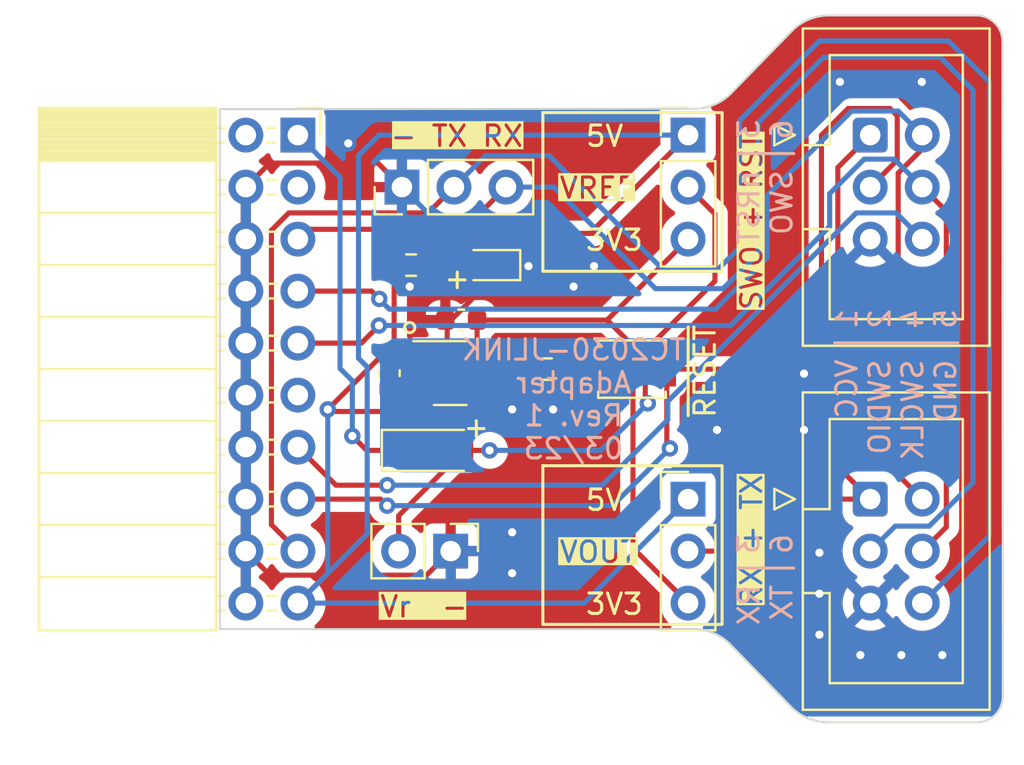
<source format=kicad_pcb>
(kicad_pcb (version 20221018) (generator pcbnew)
  (title_block (title "TC2030-JLINK-Adapter") (date "2023-03-25") (rev "Rev. 1"))
  (layers (0 "F.Cu" signal) (31 "B.Cu" signal) (34 "B.Paste" user) (35 "F.Paste" user) (36 "B.SilkS" user "B.Silkscreen") (37 "F.SilkS" user "F.Silkscreen") (38 "B.Mask" user) (39 "F.Mask" user) (44 "Edge.Cuts" user))
  (net 0 "")
  (net 1 "+5V")
  (net 2 "GND")
  (net 3 "+3V3")
  (net 4 "/VTref")
  (net 5 "/VTref_in")
  (net 6 "VCC")
  (net 7 "/SWDIO")
  (net 8 "/nRST")
  (net 9 "/SWCLK")
  (net 10 "/SWO")
  (net 13 "/JLINK_TX")
  (net 15 "/JLINK_RX")
  (net 17 "Net-(D2-A)")
  (net 18 "Net-(R1-Pad1)")
  (footprint "Connector_IDC:IDC-Header_2x03_P2.54mm_Vertical" (layer "F.Cu") (at 157.48 119.38)
    (fp_text reference "J5" hide)
    (fp_text value "TC2030")
    (fp_line (start -4.68 -0.5) (end -4.68 0.5) (stroke (width 0.12)) (layer "F.SilkS"))
    (fp_line (start -4.68 0.5) (end -3.68 0) (stroke (width 0.12)) (layer "F.SilkS"))
    (fp_line (start -3.68 0) (end -4.68 -0.5) (stroke (width 0.12)) (layer "F.SilkS"))
    (fp_line (start -3.29 -5.21) (end 5.83 -5.21) (stroke (width 0.12)) (layer "F.SilkS"))
    (fp_line (start -3.29 0.49) (end -1.98 0.49) (stroke (width 0.12)) (layer "F.SilkS"))
    (fp_line (start -3.29 10.29) (end -3.29 -5.21) (stroke (width 0.12)) (layer "F.SilkS"))
    (fp_line (start -1.98 -3.91) (end 4.52 -3.91) (stroke (width 0.12)) (layer "F.SilkS"))
    (fp_line (start -1.98 0.49) (end -1.98 -3.91) (stroke (width 0.12)) (layer "F.SilkS"))
    (fp_line (start -1.98 4.59) (end -3.29 4.59) (stroke (width 0.12)) (layer "F.SilkS"))
    (fp_line (start -1.98 4.59) (end -1.98 4.59) (stroke (width 0.12)) (layer "F.SilkS"))
    (fp_line (start -1.98 8.99) (end -1.98 4.59) (stroke (width 0.12)) (layer "F.SilkS"))
    (fp_line (start 4.52 -3.91) (end 4.52 8.99) (stroke (width 0.12)) (layer "F.SilkS"))
    (fp_line (start 4.52 8.99) (end -1.98 8.99) (stroke (width 0.12)) (layer "F.SilkS"))
    (fp_line (start 5.83 -5.21) (end 5.83 10.29) (stroke (width 0.12)) (layer "F.SilkS"))
    (fp_line (start 5.83 10.29) (end -3.29 10.29) (stroke (width 0.12)) (layer "F.SilkS"))
    (pad "1" thru_hole roundrect (at 0 0) (size 1.7 1.7) (drill 1) (layers "*.Cu" "*.Mask") (roundrect_rratio 0.147059) (net 6 "VCC"))
    (pad "2" thru_hole circle (at 2.54 0) (size 1.7 1.7) (drill 1) (layers "*.Cu" "*.Mask") (net 7 "/SWDIO"))
    (pad "3" thru_hole circle (at 0 2.54) (size 1.7 1.7) (drill 1) (layers "*.Cu" "*.Mask") (net 13 "/JLINK_TX"))
    (pad "4" thru_hole circle (at 2.54 2.54) (size 1.7 1.7) (drill 1) (layers "*.Cu" "*.Mask") (net 9 "/SWCLK"))
    (pad "5" thru_hole circle (at 0 5.08) (size 1.7 1.7) (drill 1) (layers "*.Cu" "*.Mask") (net 2 "GND"))
    (pad "6" thru_hole circle (at 2.54 5.08) (size 1.7 1.7) (drill 1) (layers "*.Cu" "*.Mask") (net 15 "/JLINK_RX"))
  )
  (footprint "Button_Switch_SMD:SW_SPST_B3U-1000P" (layer "F.Cu") (at 145.85 113.03 180)
    (fp_text reference "SW1" hide)
    (fp_text value "B3U-1000P")
    (fp_line (start -1.65 -1.4) (end 1.65 -1.4) (stroke (width 0.12)) (layer "F.SilkS"))
    (fp_line (start -1.65 -1.1) (end -1.65 -1.4) (stroke (width 0.12)) (layer "F.SilkS"))
    (fp_line (start -1.65 1.1) (end -1.65 1.4) (stroke (width 0.12)) (layer "F.SilkS"))
    (fp_line (start -1.65 1.4) (end 1.65 1.4) (stroke (width 0.12)) (layer "F.SilkS"))
    (fp_line (start 1.65 -1.4) (end 1.65 -1.1) (stroke (width 0.12)) (layer "F.SilkS"))
    (fp_line (start 1.65 1.4) (end 1.65 1.1) (stroke (width 0.12)) (layer "F.SilkS"))
    (pad "1" smd rect (at -1.7 0 180) (size 0.9 1.7) (layers "F.Cu" "F.Paste" "F.Mask") (net 8 "/nRST"))
    (pad "2" smd rect (at 1.7 0 180) (size 0.9 1.7) (layers "F.Cu" "F.Paste" "F.Mask") (net 18 "Net-(R1-Pad1)"))
  )
  (footprint "Resistor_SMD:R_0603_1608Metric" (layer "F.Cu") (at 141.7 113.03 180)
    (fp_text reference "R1" hide)
    (fp_text value "100")
    (fp_line (start -0.237258 -0.5225) (end 0.237258 -0.5225) (stroke (width 0.12)) (layer "F.SilkS"))
    (fp_line (start -0.237258 0.5225) (end 0.237258 0.5225) (stroke (width 0.12)) (layer "F.SilkS"))
    (pad "1" smd roundrect (at -0.825 0 180) (size 0.8 0.95) (layers "F.Cu" "F.Paste" "F.Mask") (net 18 "Net-(R1-Pad1)"))
    (pad "2" smd roundrect (at 0.825 0 180) (size 0.8 0.95) (layers "F.Cu" "F.Paste" "F.Mask") (net 2 "GND"))
  )
  (footprint "Connector_PinHeader_2.54mm:PinHeader_1x03_P2.54mm_Vertical" (layer "F.Cu") (at 148.59 119.38)
    (fp_text reference "JP2" hide)
    (fp_text value "Jumper_3_Open")
    (fp_line (start -1.33 -1.33) (end 0 -1.33) (stroke (width 0.12)) (layer "F.SilkS"))
    (fp_line (start -1.33 0) (end -1.33 -1.33) (stroke (width 0.12)) (layer "F.SilkS"))
    (fp_line (start -1.33 1.27) (end -1.33 6.41) (stroke (width 0.12)) (layer "F.SilkS"))
    (fp_line (start -1.33 1.27) (end 1.33 1.27) (stroke (width 0.12)) (layer "F.SilkS"))
    (fp_line (start -1.33 6.41) (end 1.33 6.41) (stroke (width 0.12)) (layer "F.SilkS"))
    (fp_line (start 1.33 1.27) (end 1.33 6.41) (stroke (width 0.12)) (layer "F.SilkS"))
    (pad "1" thru_hole rect (at 0 0) (size 1.7 1.7) (drill 1) (layers "*.Cu" "*.Mask") (net 1 "+5V"))
    (pad "2" thru_hole oval (at 0 2.54) (size 1.7 1.7) (drill 1) (layers "*.Cu" "*.Mask") (net 6 "VCC"))
    (pad "3" thru_hole oval (at 0 5.08) (size 1.7 1.7) (drill 1) (layers "*.Cu" "*.Mask") (net 3 "+3V3"))
  )
  (footprint "Connector_IDC:IDC-Header_2x03_P2.54mm_Vertical" (layer "F.Cu") (at 157.48 101.6)
    (fp_text reference "J1" hide)
    (fp_text value "TC2030")
    (fp_line (start -4.68 -0.5) (end -4.68 0.5) (stroke (width 0.12)) (layer "F.SilkS"))
    (fp_line (start -4.68 0.5) (end -3.68 0) (stroke (width 0.12)) (layer "F.SilkS"))
    (fp_line (start -3.68 0) (end -4.68 -0.5) (stroke (width 0.12)) (layer "F.SilkS"))
    (fp_line (start -3.29 -5.21) (end 5.83 -5.21) (stroke (width 0.12)) (layer "F.SilkS"))
    (fp_line (start -3.29 0.49) (end -1.98 0.49) (stroke (width 0.12)) (layer "F.SilkS"))
    (fp_line (start -3.29 10.29) (end -3.29 -5.21) (stroke (width 0.12)) (layer "F.SilkS"))
    (fp_line (start -1.98 -3.91) (end 4.52 -3.91) (stroke (width 0.12)) (layer "F.SilkS"))
    (fp_line (start -1.98 0.49) (end -1.98 -3.91) (stroke (width 0.12)) (layer "F.SilkS"))
    (fp_line (start -1.98 4.59) (end -3.29 4.59) (stroke (width 0.12)) (layer "F.SilkS"))
    (fp_line (start -1.98 4.59) (end -1.98 4.59) (stroke (width 0.12)) (layer "F.SilkS"))
    (fp_line (start -1.98 8.99) (end -1.98 4.59) (stroke (width 0.12)) (layer "F.SilkS"))
    (fp_line (start 4.52 -3.91) (end 4.52 8.99) (stroke (width 0.12)) (layer "F.SilkS"))
    (fp_line (start 4.52 8.99) (end -1.98 8.99) (stroke (width 0.12)) (layer "F.SilkS"))
    (fp_line (start 5.83 -5.21) (end 5.83 10.29) (stroke (width 0.12)) (layer "F.SilkS"))
    (fp_line (start 5.83 10.29) (end -3.29 10.29) (stroke (width 0.12)) (layer "F.SilkS"))
    (pad "1" thru_hole roundrect (at 0 0) (size 1.7 1.7) (drill 1) (layers "*.Cu" "*.Mask") (roundrect_rratio 0.147059) (net 6 "VCC"))
    (pad "2" thru_hole circle (at 2.54 0) (size 1.7 1.7) (drill 1) (layers "*.Cu" "*.Mask") (net 7 "/SWDIO"))
    (pad "3" thru_hole circle (at 0 2.54) (size 1.7 1.7) (drill 1) (layers "*.Cu" "*.Mask") (net 8 "/nRST"))
    (pad "4" thru_hole circle (at 2.54 2.54) (size 1.7 1.7) (drill 1) (layers "*.Cu" "*.Mask") (net 9 "/SWCLK"))
    (pad "5" thru_hole circle (at 0 5.08) (size 1.7 1.7) (drill 1) (layers "*.Cu" "*.Mask") (net 2 "GND"))
    (pad "6" thru_hole circle (at 2.54 5.08) (size 1.7 1.7) (drill 1) (layers "*.Cu" "*.Mask") (net 10 "/SWO"))
  )
  (footprint "Connector_PinHeader_2.54mm:PinHeader_1x02_P2.54mm_Vertical" (layer "F.Cu") (at 137 121.92 -90)
    (fp_text reference "J4" hide)
    (fp_text value "Conn_01x02")
    (fp_line (start -1.33 -1.33) (end 0 -1.33) (stroke (width 0.12)) (layer "F.SilkS"))
    (fp_line (start -1.33 0) (end -1.33 -1.33) (stroke (width 0.12)) (layer "F.SilkS"))
    (fp_line (start -1.33 1.27) (end -1.33 3.87) (stroke (width 0.12)) (layer "F.SilkS"))
    (fp_line (start -1.33 1.27) (end 1.33 1.27) (stroke (width 0.12)) (layer "F.SilkS"))
    (fp_line (start -1.33 3.87) (end 1.33 3.87) (stroke (width 0.12)) (layer "F.SilkS"))
    (fp_line (start 1.33 1.27) (end 1.33 3.87) (stroke (width 0.12)) (layer "F.SilkS"))
    (pad "1" thru_hole rect (at 0 0 270) (size 1.7 1.7) (drill 1) (layers "*.Cu" "*.Mask") (net 2 "GND"))
    (pad "2" thru_hole oval (at 0 2.54 270) (size 1.7 1.7) (drill 1) (layers "*.Cu" "*.Mask") (net 5 "/VTref_in"))
  )
  (footprint "Resistor_SMD:R_0603_1608Metric" (layer "F.Cu") (at 135.065 107.95)
    (fp_text reference "R2" hide)
    (fp_text value "1k")
    (fp_line (start -0.237258 -0.5225) (end 0.237258 -0.5225) (stroke (width 0.12)) (layer "F.SilkS"))
    (fp_line (start -0.237258 0.5225) (end 0.237258 0.5225) (stroke (width 0.12)) (layer "F.SilkS"))
    (pad "1" smd roundrect (at -0.825 0) (size 0.8 0.95) (layers "F.Cu" "F.Paste" "F.Mask") (net 1 "+5V"))
    (pad "2" smd roundrect (at 0.825 0) (size 0.8 0.95) (layers "F.Cu" "F.Paste" "F.Mask") (net 17 "Net-(D2-A)"))
  )
  (footprint "Capacitor_SMD:C_0603_1608Metric" (layer "F.Cu") (at 134 113.225 -90)
    (fp_text reference "C1" hide)
    (fp_text value "1u")
    (fp_line (start -0.14058 -0.51) (end 0.14058 -0.51) (stroke (width 0.12)) (layer "F.SilkS"))
    (fp_line (start -0.14058 0.51) (end 0.14058 0.51) (stroke (width 0.12)) (layer "F.SilkS"))
    (pad "1" smd roundrect (at -0.775 0 270) (size 0.9 0.95) (layers "F.Cu" "F.Paste" "F.Mask") (net 1 "+5V"))
    (pad "2" smd roundrect (at 0.775 0 270) (size 0.9 0.95) (layers "F.Cu" "F.Paste" "F.Mask") (net 2 "GND"))
  )
  (footprint "LED_SMD:LED_0603_1608Metric" (layer "F.Cu") (at 138.9125 107.95 180)
    (fp_text reference "D2" hide)
    (fp_text value "LED_Small")
    (fp_line (start -1.485 -0.735) (end -1.485 0.735) (stroke (width 0.12)) (layer "F.SilkS"))
    (fp_line (start -1.485 0.735) (end 0.8 0.735) (stroke (width 0.12)) (layer "F.SilkS"))
    (fp_line (start 0.8 -0.735) (end -1.485 -0.735) (stroke (width 0.12)) (layer "F.SilkS"))
    (pad "1" smd roundrect (at -0.7875 0 180) (size 0.875 0.95) (layers "F.Cu" "F.Paste" "F.Mask") (net 2 "GND"))
    (pad "2" smd roundrect (at 0.7875 0 180) (size 0.875 0.95) (layers "F.Cu" "F.Paste" "F.Mask") (net 17 "Net-(D2-A)"))
  )
  (footprint "Connector_PinHeader_2.54mm:PinHeader_1x03_P2.54mm_Vertical" (layer "F.Cu") (at 134.62 104.14 90)
    (fp_text reference "J3" hide)
    (fp_text value "Conn_01x03")
    (fp_line (start -1.33 -1.33) (end 0 -1.33) (stroke (width 0.12)) (layer "F.SilkS"))
    (fp_line (start -1.33 0) (end -1.33 -1.33) (stroke (width 0.12)) (layer "F.SilkS"))
    (fp_line (start -1.33 1.27) (end -1.33 6.41) (stroke (width 0.12)) (layer "F.SilkS"))
    (fp_line (start -1.33 1.27) (end 1.33 1.27) (stroke (width 0.12)) (layer "F.SilkS"))
    (fp_line (start -1.33 6.41) (end 1.33 6.41) (stroke (width 0.12)) (layer "F.SilkS"))
    (fp_line (start 1.33 1.27) (end 1.33 6.41) (stroke (width 0.12)) (layer "F.SilkS"))
    (pad "1" thru_hole rect (at 0 0 90) (size 1.7 1.7) (drill 1) (layers "*.Cu" "*.Mask") (net 2 "GND"))
    (pad "2" thru_hole oval (at 0 2.54 90) (size 1.7 1.7) (drill 1) (layers "*.Cu" "*.Mask") (net 15 "/JLINK_RX"))
    (pad "3" thru_hole oval (at 0 5.08 90) (size 1.7 1.7) (drill 1) (layers "*.Cu" "*.Mask") (net 13 "/JLINK_TX"))
  )
  (footprint "Diode_SMD:D_SOD-123" (layer "F.Cu") (at 136 117)
    (fp_text reference "D1" hide)
    (fp_text value "1N41008")
    (fp_line (start -2.36 -1) (end -2.36 1) (stroke (width 0.12)) (layer "F.SilkS"))
    (fp_line (start -2.36 -1) (end 1.65 -1) (stroke (width 0.12)) (layer "F.SilkS"))
    (fp_line (start -2.36 1) (end 1.65 1) (stroke (width 0.12)) (layer "F.SilkS"))
    (pad "1" smd roundrect (at -1.65 0) (size 0.9 1.2) (layers "F.Cu" "F.Paste" "F.Mask") (net 4 "/VTref"))
    (pad "2" smd roundrect (at 1.65 0) (size 0.9 1.2) (layers "F.Cu" "F.Paste" "F.Mask") (net 5 "/VTref_in"))
  )
  (footprint "Connector_PinHeader_2.54mm:PinHeader_1x03_P2.54mm_Vertical" (layer "F.Cu") (at 148.59 101.6)
    (fp_text reference "JP1" hide)
    (fp_text value "Jumper_3_Open")
    (fp_line (start -1.33 -1.33) (end 0 -1.33) (stroke (width 0.12)) (layer "F.SilkS"))
    (fp_line (start -1.33 0) (end -1.33 -1.33) (stroke (width 0.12)) (layer "F.SilkS"))
    (fp_line (start -1.33 1.27) (end -1.33 6.41) (stroke (width 0.12)) (layer "F.SilkS"))
    (fp_line (start -1.33 1.27) (end 1.33 1.27) (stroke (width 0.12)) (layer "F.SilkS"))
    (fp_line (start -1.33 6.41) (end 1.33 6.41) (stroke (width 0.12)) (layer "F.SilkS"))
    (fp_line (start 1.33 1.27) (end 1.33 6.41) (stroke (width 0.12)) (layer "F.SilkS"))
    (pad "1" thru_hole rect (at 0 0) (size 1.7 1.7) (drill 1) (layers "*.Cu" "*.Mask") (net 1 "+5V"))
    (pad "2" thru_hole oval (at 0 2.54) (size 1.7 1.7) (drill 1) (layers "*.Cu" "*.Mask") (net 5 "/VTref_in"))
    (pad "3" thru_hole oval (at 0 5.08) (size 1.7 1.7) (drill 1) (layers "*.Cu" "*.Mask") (net 3 "+3V3"))
  )
  (footprint "Connector_PinSocket_2.54mm:PinSocket_2x10_P2.54mm_Horizontal" (layer "F.Cu") (at 129.54 101.6)
    (fp_text reference "J2" hide)
    (fp_text value "JLINK-Interface")
    (fp_line (start -12.63 -1.33) (end -12.63 24.19) (stroke (width 0.12)) (layer "F.SilkS"))
    (fp_line (start -12.63 -1.33) (end -4 -1.33) (stroke (width 0.12)) (layer "F.SilkS"))
    (fp_line (start -12.63 -1.21) (end -4 -1.21) (stroke (width 0.12)) (layer "F.SilkS"))
    (fp_line (start -12.63 -1.091905) (end -4 -1.091905) (stroke (width 0.12)) (layer "F.SilkS"))
    (fp_line (start -12.63 -0.97381) (end -4 -0.97381) (stroke (width 0.12)) (layer "F.SilkS"))
    (fp_line (start -12.63 -0.855715) (end -4 -0.855715) (stroke (width 0.12)) (layer "F.SilkS"))
    (fp_line (start -12.63 -0.73762) (end -4 -0.73762) (stroke (width 0.12)) (layer "F.SilkS"))
    (fp_line (start -12.63 -0.619525) (end -4 -0.619525) (stroke (width 0.12)) (layer "F.SilkS"))
    (fp_line (start -12.63 -0.50143) (end -4 -0.50143) (stroke (width 0.12)) (layer "F.SilkS"))
    (fp_line (start -12.63 -0.383335) (end -4 -0.383335) (stroke (width 0.12)) (layer "F.SilkS"))
    (fp_line (start -12.63 -0.26524) (end -4 -0.26524) (stroke (width 0.12)) (layer "F.SilkS"))
    (fp_line (start -12.63 -0.147145) (end -4 -0.147145) (stroke (width 0.12)) (layer "F.SilkS"))
    (fp_line (start -12.63 -0.02905) (end -4 -0.02905) (stroke (width 0.12)) (layer "F.SilkS"))
    (fp_line (start -12.63 0.089045) (end -4 0.089045) (stroke (width 0.12)) (layer "F.SilkS"))
    (fp_line (start -12.63 0.20714) (end -4 0.20714) (stroke (width 0.12)) (layer "F.SilkS"))
    (fp_line (start -12.63 0.325235) (end -4 0.325235) (stroke (width 0.12)) (layer "F.SilkS"))
    (fp_line (start -12.63 0.44333) (end -4 0.44333) (stroke (width 0.12)) (layer "F.SilkS"))
    (fp_line (start -12.63 0.561425) (end -4 0.561425) (stroke (width 0.12)) (layer "F.SilkS"))
    (fp_line (start -12.63 0.67952) (end -4 0.67952) (stroke (width 0.12)) (layer "F.SilkS"))
    (fp_line (start -12.63 0.797615) (end -4 0.797615) (stroke (width 0.12)) (layer "F.SilkS"))
    (fp_line (start -12.63 0.91571) (end -4 0.91571) (stroke (width 0.12)) (layer "F.SilkS"))
    (fp_line (start -12.63 1.033805) (end -4 1.033805) (stroke (width 0.12)) (layer "F.SilkS"))
    (fp_line (start -12.63 1.1519) (end -4 1.1519) (stroke (width 0.12)) (layer "F.SilkS"))
    (fp_line (start -12.63 1.27) (end -4 1.27) (stroke (width 0.12)) (layer "F.SilkS"))
    (fp_line (start -12.63 3.81) (end -4 3.81) (stroke (width 0.12)) (layer "F.SilkS"))
    (fp_line (start -12.63 6.35) (end -4 6.35) (stroke (width 0.12)) (layer "F.SilkS"))
    (fp_line (start -12.63 8.89) (end -4 8.89) (stroke (width 0.12)) (layer "F.SilkS"))
    (fp_line (start -12.63 11.43) (end -4 11.43) (stroke (width 0.12)) (layer "F.SilkS"))
    (fp_line (start -12.63 13.97) (end -4 13.97) (stroke (width 0.12)) (layer "F.SilkS"))
    (fp_line (start -12.63 16.51) (end -4 16.51) (stroke (width 0.12)) (layer "F.SilkS"))
    (fp_line (start -12.63 19.05) (end -4 19.05) (stroke (width 0.12)) (layer "F.SilkS"))
    (fp_line (start -12.63 21.59) (end -4 21.59) (stroke (width 0.12)) (layer "F.SilkS"))
    (fp_line (start -12.63 24.19) (end -4 24.19) (stroke (width 0.12)) (layer "F.SilkS"))
    (fp_line (start -4 -1.33) (end -4 24.19) (stroke (width 0.12)) (layer "F.SilkS"))
    (fp_line (start -4 -0.36) (end -3.59 -0.36) (stroke (width 0.12)) (layer "F.SilkS"))
    (fp_line (start -4 0.36) (end -3.59 0.36) (stroke (width 0.12)) (layer "F.SilkS"))
    (fp_line (start -4 2.18) (end -3.59 2.18) (stroke (width 0.12)) (layer "F.SilkS"))
    (fp_line (start -4 2.9) (end -3.59 2.9) (stroke (width 0.12)) (layer "F.SilkS"))
    (fp_line (start -4 4.72) (end -3.59 4.72) (stroke (width 0.12)) (layer "F.SilkS"))
    (fp_line (start -4 5.44) (end -3.59 5.44) (stroke (width 0.12)) (layer "F.SilkS"))
    (fp_line (start -4 7.26) (end -3.59 7.26) (stroke (width 0.12)) (layer "F.SilkS"))
    (fp_line (start -4 7.98) (end -3.59 7.98) (stroke (width 0.12)) (layer "F.SilkS"))
    (fp_line (start -4 9.8) (end -3.59 9.8) (stroke (width 0.12)) (layer "F.SilkS"))
    (fp_line (start -4 10.52) (end -3.59 10.52) (stroke (width 0.12)) (layer "F.SilkS"))
    (fp_line (start -4 12.34) (end -3.59 12.34) (stroke (width 0.12)) (layer "F.SilkS"))
    (fp_line (start -4 13.06) (end -3.59 13.06) (stroke (width 0.12)) (layer "F.SilkS"))
    (fp_line (start -4 14.88) (end -3.59 14.88) (stroke (width 0.12)) (layer "F.SilkS"))
    (fp_line (start -4 15.6) (end -3.59 15.6) (stroke (width 0.12)) (layer "F.SilkS"))
    (fp_line (start -4 17.42) (end -3.59 17.42) (stroke (width 0.12)) (layer "F.SilkS"))
    (fp_line (start -4 18.14) (end -3.59 18.14) (stroke (width 0.12)) (layer "F.SilkS"))
    (fp_line (start -4 19.96) (end -3.59 19.96) (stroke (width 0.12)) (layer "F.SilkS"))
    (fp_line (start -4 20.68) (end -3.59 20.68) (stroke (width 0.12)) (layer "F.SilkS"))
    (fp_line (start -4 22.5) (end -3.59 22.5) (stroke (width 0.12)) (layer "F.SilkS"))
    (fp_line (start -4 23.22) (end -3.59 23.22) (stroke (width 0.12)) (layer "F.SilkS"))
    (fp_line (start -1.49 -0.36) (end -1.11 -0.36) (stroke (width 0.12)) (layer "F.SilkS"))
    (fp_line (start -1.49 0.36) (end -1.11 0.36) (stroke (width 0.12)) (layer "F.SilkS"))
    (fp_line (start -1.49 2.18) (end -1.05 2.18) (stroke (width 0.12)) (layer "F.SilkS"))
    (fp_line (start -1.49 2.9) (end -1.05 2.9) (stroke (width 0.12)) (layer "F.SilkS"))
    (fp_line (start -1.49 4.72) (end -1.05 4.72) (stroke (width 0.12)) (layer "F.SilkS"))
    (fp_line (start -1.49 5.44) (end -1.05 5.44) (stroke (width 0.12)) (layer "F.SilkS"))
    (fp_line (start -1.49 7.26) (end -1.05 7.26) (stroke (width 0.12)) (layer "F.SilkS"))
    (fp_line (start -1.49 7.98) (end -1.05 7.98) (stroke (width 0.12)) (layer "F.SilkS"))
    (fp_line (start -1.49 9.8) (end -1.05 9.8) (stroke (width 0.12)) (layer "F.SilkS"))
    (fp_line (start -1.49 10.52) (end -1.05 10.52) (stroke (width 0.12)) (layer "F.SilkS"))
    (fp_line (start -1.49 12.34) (end -1.05 12.34) (stroke (width 0.12)) (layer "F.SilkS"))
    (fp_line (start -1.49 13.06) (end -1.05 13.06) (stroke (width 0.12)) (layer "F.SilkS"))
    (fp_line (start -1.49 14.88) (end -1.05 14.88) (stroke (width 0.12)) (layer "F.SilkS"))
    (fp_line (start -1.49 15.6) (end -1.05 15.6) (stroke (width 0.12)) (layer "F.SilkS"))
    (fp_line (start -1.49 17.42) (end -1.05 17.42) (stroke (width 0.12)) (layer "F.SilkS"))
    (fp_line (start -1.49 18.14) (end -1.05 18.14) (stroke (width 0.12)) (layer "F.SilkS"))
    (fp_line (start -1.49 19.96) (end -1.05 19.96) (stroke (width 0.12)) (layer "F.SilkS"))
    (fp_line (start -1.49 20.68) (end -1.05 20.68) (stroke (width 0.12)) (layer "F.SilkS"))
    (fp_line (start -1.49 22.5) (end -1.05 22.5) (stroke (width 0.12)) (layer "F.SilkS"))
    (fp_line (start -1.49 23.22) (end -1.05 23.22) (stroke (width 0.12)) (layer "F.SilkS"))
    (fp_line (start 0 -1.33) (end 1.11 -1.33) (stroke (width 0.12)) (layer "F.SilkS"))
    (fp_line (start 1.11 -1.33) (end 1.11 0) (stroke (width 0.12)) (layer "F.SilkS"))
    (pad "1" thru_hole rect (at 0 0) (size 1.7 1.7) (drill 1) (layers "*.Cu" "*.Mask") (net 4 "/VTref"))
    (pad "2" thru_hole oval (at -2.54 0) (size 1.7 1.7) (drill 1) (layers "*.Cu" "*.Mask"))
    (pad "3" thru_hole oval (at 0 2.54) (size 1.7 1.7) (drill 1) (layers "*.Cu" "*.Mask"))
    (pad "4" thru_hole oval (at -2.54 2.54) (size 1.7 1.7) (drill 1) (layers "*.Cu" "*.Mask") (net 2 "GND"))
    (pad "5" thru_hole oval (at 0 5.08) (size 1.7 1.7) (drill 1) (layers "*.Cu" "*.Mask") (net 13 "/JLINK_TX"))
    (pad "6" thru_hole oval (at -2.54 5.08) (size 1.7 1.7) (drill 1) (layers "*.Cu" "*.Mask") (net 2 "GND"))
    (pad "7" thru_hole oval (at 0 7.62) (size 1.7 1.7) (drill 1) (layers "*.Cu" "*.Mask") (net 7 "/SWDIO"))
    (pad "8" thru_hole oval (at -2.54 7.62) (size 1.7 1.7) (drill 1) (layers "*.Cu" "*.Mask") (net 2 "GND"))
    (pad "9" thru_hole oval (at 0 10.16) (size 1.7 1.7) (drill 1) (layers "*.Cu" "*.Mask") (net 9 "/SWCLK"))
    (pad "10" thru_hole oval (at -2.54 10.16) (size 1.7 1.7) (drill 1) (layers "*.Cu" "*.Mask") (net 2 "GND"))
    (pad "11" thru_hole oval (at 0 12.7) (size 1.7 1.7) (drill 1) (layers "*.Cu" "*.Mask"))
    (pad "12" thru_hole oval (at -2.54 12.7) (size 1.7 1.7) (drill 1) (layers "*.Cu" "*.Mask") (net 2 "GND"))
    (pad "13" thru_hole oval (at 0 15.24) (size 1.7 1.7) (drill 1) (layers "*.Cu" "*.Mask") (net 10 "/SWO"))
    (pad "14" thru_hole oval (at -2.54 15.24) (size 1.7 1.7) (drill 1) (layers "*.Cu" "*.Mask") (net 2 "GND"))
    (pad "15" thru_hole oval (at 0 17.78) (size 1.7 1.7) (drill 1) (layers "*.Cu" "*.Mask") (net 8 "/nRST"))
    (pad "16" thru_hole oval (at -2.54 17.78) (size 1.7 1.7) (drill 1) (layers "*.Cu" "*.Mask") (net 2 "GND"))
    (pad "17" thru_hole oval (at 0 20.32) (size 1.7 1.7) (drill 1) (layers "*.Cu" "*.Mask") (net 15 "/JLINK_RX"))
    (pad "18" thru_hole oval (at -2.54 20.32) (size 1.7 1.7) (drill 1) (layers "*.Cu" "*.Mask") (net 2 "GND"))
    (pad "19" thru_hole oval (at 0 22.86) (size 1.7 1.7) (drill 1) (layers "*.Cu" "*.Mask") (net 1 "+5V"))
    (pad "20" thru_hole oval (at -2.54 22.86) (size 1.7 1.7) (drill 1) (layers "*.Cu" "*.Mask") (net 2 "GND"))
  )
  (footprint "Package_TO_SOT_SMD:TSOT-23-5" (layer "F.Cu") (at 136.979516 113.224124)
    (fp_text reference "U1" hide)
    (fp_text value "RT9080-33GJ5")
    (fp_line (start 0 -1.56) (end -1.8 -1.56) (stroke (width 0.12)) (layer "F.SilkS"))
    (fp_line (start 0 -1.56) (end 0.8 -1.56) (stroke (width 0.12)) (layer "F.SilkS"))
    (fp_line (start 0 1.56) (end -0.8 1.56) (stroke (width 0.12)) (layer "F.SilkS"))
    (fp_line (start 0 1.56) (end 0.8 1.56) (stroke (width 0.12)) (layer "F.SilkS"))
    (pad "1" smd roundrect (at -1.1375 -0.95) (size 1.325 0.6) (layers "F.Cu" "F.Paste" "F.Mask") (net 1 "+5V"))
    (pad "2" smd roundrect (at -1.1375 0) (size 1.325 0.6) (layers "F.Cu" "F.Paste" "F.Mask") (net 2 "GND"))
    (pad "3" smd roundrect (at -1.1375 0.95) (size 1.325 0.6) (layers "F.Cu" "F.Paste" "F.Mask") (net 1 "+5V"))
    (pad "4" smd roundrect (at 1.1375 0.95) (size 1.325 0.6) (layers "F.Cu" "F.Paste" "F.Mask"))
    (pad "5" smd roundrect (at 1.1375 -0.95) (size 1.325 0.6) (layers "F.Cu" "F.Paste" "F.Mask") (net 3 "+3V3"))
  )
  (footprint "Capacitor_SMD:C_0603_1608Metric" (layer "F.Cu") (at 137.514666 110.63307 180)
    (fp_text reference "C2" hide)
    (fp_text value "1u")
    (fp_line (start -0.14058 -0.51) (end 0.14058 -0.51) (stroke (width 0.12)) (layer "F.SilkS"))
    (fp_line (start -0.14058 0.51) (end 0.14058 0.51) (stroke (width 0.12)) (layer "F.SilkS"))
    (pad "1" smd roundrect (at -0.775 0 180) (size 0.9 0.95) (layers "F.Cu" "F.Paste" "F.Mask") (net 3 "+3V3"))
    (pad "2" smd roundrect (at 0.775 0 180) (size 0.9 0.95) (layers "F.Cu" "F.Paste" "F.Mask") (net 2 "GND"))
  )
  (gr_line (start 155.75 111.75) (end 161.75 111.75) (stroke (width 0.15)) (layer "B.SilkS"))
  (gr_line (start 153.75 102.5) (end 151 102.5) (stroke (width 0.15)) (layer "B.SilkS"))
  (gr_line (start 153.75 122.75) (end 151 122.75) (stroke (width 0.15)) (layer "B.SilkS"))
  (gr_circle (center 135 111) (end 135 110.75) (stroke (width 0.15)) (fill none) (layer "F.SilkS"))
  (gr_rect (start 141.5 100.5) (end 150.25 108.25) (stroke (width 0.15)) (fill none) (layer "F.SilkS"))
  (gr_rect (start 141.5 117.75) (end 150.25 125.5) (stroke (width 0.15)) (fill none) (layer "F.SilkS"))
  (gr_arc (start 163.947974 129.013949) (mid 163.576 129.911975) (end 162.677974 130.283949) (stroke (width 0.1)) (layer "Edge.Cuts"))
  (gr_line (start 150.684035 99.568) (end 153.67 96.501949) (stroke (width 0.1)) (layer "Edge.Cuts"))
  (gr_line (start 155.435033 130.283949) (end 162.677974 130.283949) (stroke (width 0.1)) (layer "Edge.Cuts"))
  (gr_arc (start 150.684035 99.568) (mid 149.86 100.118603) (end 148.887984 100.311949) (stroke (width 0.1)) (layer "Edge.Cuts"))
  (gr_line (start 132.08 100.33) (end 125.73 100.33) (stroke (width 0.1)) (layer "Edge.Cuts"))
  (gr_line (start 155.466051 95.758) (end 162.6616 95.758) (stroke (width 0.1)) (layer "Edge.Cuts"))
  (gr_line (start 125.73 125.73) (end 148.856966 125.73) (stroke (width 0.1)) (layer "Edge.Cuts"))
  (gr_line (start 150.653017 126.473949) (end 153.638982 129.54) (stroke (width 0.1)) (layer "Edge.Cuts"))
  (gr_arc (start 148.856966 125.73) (mid 149.828982 125.923346) (end 150.653017 126.473949) (stroke (width 0.1)) (layer "Edge.Cuts"))
  (gr_arc (start 162.6616 95.758) (mid 163.559626 96.129974) (end 163.9316 97.028) (stroke (width 0.1)) (layer "Edge.Cuts"))
  (gr_arc (start 155.435033 130.283949) (mid 154.463017 130.090604) (end 153.638982 129.54) (stroke (width 0.1)) (layer "Edge.Cuts"))
  (gr_line (start 148.887984 100.311949) (end 132.08 100.33) (stroke (width 0.1)) (layer "Edge.Cuts"))
  (gr_arc (start 153.67 96.501949) (mid 154.494035 95.951346) (end 155.466051 95.758) (stroke (width 0.1)) (layer "Edge.Cuts"))
  (gr_line (start 163.9316 97.028) (end 163.947974 129.013949) (stroke (width 0.1)) (layer "Edge.Cuts"))
  (gr_line (start 125.73 100.33) (end 125.73 125.73) (stroke (width 0.1)) (layer "Edge.Cuts"))
  (gr_text "1  VCC\n2  SWDIO\n4  SWCLK\n5  GND" (at 161.75 110 90) (layer "B.SilkS") (effects (font (size 1 1)) (justify left bottom mirror)))
  (gr_text "TC2030-JLINK\nAdapter\nRev. 1\n03/23" (at 143 117.5) (layer "B.SilkS") (effects (font (size 1 1)) (justify bottom mirror)))
  (gr_text "3  nRST\n6  SWO" (at 153.75 100.75 90) (layer "B.SilkS") (effects (font (size 1 1)) (justify left bottom mirror)))
  (gr_text "3  RX\n6  TX" (at 153.75 121 90) (layer "B.SilkS") (effects (font (size 1 1)) (justify left bottom mirror)))
  (gr_text "Vr  -" (at 133.477 125.222) (layer "F.SilkS" knockout) (effects (font (size 1 1)) (justify left bottom)))
  (gr_text "+" (at 138.969878 116.446647) (layer "F.SilkS") (effects (font (size 1 1)) (justify left bottom mirror)))
  (gr_text "~{RESET}" (at 150 115.5 90) (layer "F.SilkS") (effects (font (size 1 1)) (justify left bottom)))
  (gr_text "RX + TX" (at 152.273 124.714 90) (layer "F.SilkS" knockout) (effects (font (size 1 1)) (justify left bottom)))
  (gr_text "3V3" (at 143.51 125.095) (layer "F.SilkS") (effects (font (size 1 1)) (justify left bottom)))
  (gr_text "- TX RX" (at 133.985 102.235) (layer "F.SilkS" knockout) (effects (font (size 1 1)) (justify left bottom)))
  (gr_text "VREF" (at 142.24 104.775) (layer "F.SilkS" knockout) (effects (font (size 1 1)) (justify left bottom)))
  (gr_text "SWO + RST" (at 152.273 110.236 90) (layer "F.SilkS" knockout) (effects (font (size 1 1)) (justify left bottom)))
  (gr_text "VOUT" (at 142.24 122.555) (layer "F.SilkS" knockout) (effects (font (size 1 1)) (justify left bottom)))
  (gr_text "\n5V" (at 143.51 120.015) (layer "F.SilkS") (effects (font (size 1 1)) (justify left bottom)))
  (gr_text "3V3" (at 143.51 107.315) (layer "F.SilkS") (effects (font (size 1 1)) (justify left bottom)))
  (gr_text "+" (at 138.03768 109.181931) (layer "F.SilkS") (effects (font (size 1 1)) (justify left bottom mirror)))
  (gr_text "\n5V" (at 143.51 102.235) (layer "F.SilkS") (effects (font (size 1 1)) (justify left bottom)))
  (segment (start 135.24 106.95) (end 134.24 107.95) (width 0.25) (layer "F.Cu") (net 1))
  (segment (start 131 115) (end 133.55 112.45) (width 0.25) (layer "F.Cu") (net 1))
  (segment (start 137.15 106.95) (end 135.24 106.95) (width 0.25) (layer "F.Cu") (net 1))
  (segment (start 131 115) (end 131.1 115.1) (width 0.25) (layer "F.Cu") (net 1))
  (segment (start 131.1 115.1) (end 134.91614 115.1) (width 0.25) (layer "F.Cu") (net 1))
  (segment (start 134.24 112.21) (end 134 112.45) (width 0.25) (layer "F.Cu") (net 1))
  (segment (start 134.24 107.95) (end 134.24 112.21) (width 0.25) (layer "F.Cu") (net 1))
  (segment (start 134 112.45) (end 135.66614 112.45) (width 0.25) (layer "F.Cu") (net 1))
  (segment (start 137.7 106.4) (end 137.15 106.95) (width 0.25) (layer "F.Cu") (net 1))
  (segment (start 133.55 112.45) (end 134 112.45) (width 0.25) (layer "F.Cu") (net 1))
  (segment (start 144 106.4) (end 137.7 106.4) (width 0.25) (layer "F.Cu") (net 1))
  (segment (start 148.59 101.6) (end 144 106.19) (width 0.25) (layer "F.Cu") (net 1))
  (segment (start 134.91614 115.1) (end 135.842016 114.174124) (width 0.25) (layer "F.Cu") (net 1))
  (segment (start 144 106.19) (end 144 106.4) (width 0.25) (layer "F.Cu") (net 1))
  (segment (start 135.66614 112.45) (end 135.842016 112.274124) (width 0.25) (layer "F.Cu") (net 1))
  (via (at 131 115) (size 0.8) (drill 0.4) (layers "F.Cu" "B.Cu") (net 1))
  (segment (start 129.54 124.46) (end 143.51 124.46) (width 0.25) (layer "B.Cu") (net 1))
  (segment (start 131 123) (end 129.54 124.46) (width 0.25) (layer "B.Cu") (net 1))
  (segment (start 131 115) (end 131 123) (width 0.25) (layer "B.Cu") (net 1))
  (segment (start 148.59 101.6) (end 133.5 101.6) (width 0.25) (layer "B.Cu") (net 1))
  (segment (start 132.925 121.075) (end 129.54 124.46) (width 0.25) (layer "B.Cu") (net 1))
  (segment (start 133.5 101.6) (end 132.5 102.6) (width 0.25) (layer "B.Cu") (net 1))
  (segment (start 132.925 112.925) (end 132.925 121.075) (width 0.25) (layer "B.Cu") (net 1))
  (segment (start 143.51 124.46) (end 148.59 119.38) (width 0.25) (layer "B.Cu") (net 1))
  (segment (start 132.5 102.6) (end 132.5 112.5) (width 0.25) (layer "B.Cu") (net 1))
  (segment (start 132.5 112.5) (end 132.925 112.925) (width 0.25) (layer "B.Cu") (net 1))
  (segment (start 127 119.38) (end 127 116.84) (width 0.25) (layer "F.Cu") (net 2))
  (segment (start 127 109.22) (end 127 106.68) (width 0.25) (layer "F.Cu") (net 2))
  (segment (start 136.829516 110.72292) (end 136.829516 113.070484) (width 0.25) (layer "F.Cu") (net 2))
  (segment (start 127 124.46) (end 127 121.92) (width 0.25) (layer "F.Cu") (net 2))
  (segment (start 137.01693 110.63307) (end 136.739666 110.63307) (width 0.25) (layer "F.Cu") (net 2))
  (segment (start 127 121.92) (end 127 119.38) (width 0.25) (layer "F.Cu") (net 2))
  (segment (start 127 111.76) (end 127 109.22) (width 0.25) (layer "F.Cu") (net 2))
  (segment (start 127 104.14) (end 127 106.68) (width 0.25) (layer "F.Cu") (net 2))
  (segment (start 134.775876 113.224124) (end 134 114) (width 0.25) (layer "F.Cu") (net 2))
  (segment (start 139.7 107.95) (end 140.75 107.95) (width 0.25) (layer "F.Cu") (net 2))
  (segment (start 136.675876 113.224124) (end 135.842016 113.224124) (width 0.25) (layer "F.Cu") (net 2))
  (segment (start 127 114.3) (end 127 111.76) (width 0.25) (layer "F.Cu") (net 2))
  (segment (start 135.842016 113.224124) (end 140.680876 113.224124) (width 0.25) (layer "F.Cu") (net 2))
  (segment (start 140.680876 113.224124) (end 140.875 113.03) (width 0.25) (layer "F.Cu") (net 2))
  (segment (start 135.825 123.095) (end 128.175 123.095) (width 0.25) (layer "F.Cu") (net 2))
  (segment (start 135.842016 113.224124) (end 134.775876 113.224124) (width 0.25) (layer "F.Cu") (net 2))
  (segment (start 128.175 102.965) (end 133.445 102.965) (width 0.25) (layer "F.Cu") (net 2))
  (segment (start 140.75 107.95) (end 140.8 108) (width 0.25) (layer "F.Cu") (net 2))
  (segment (start 127 116.84) (end 127 114.3) (width 0.25) (layer "F.Cu") (net 2))
  (segment (start 127 104.14) (end 128.175 102.965) (width 0.25) (layer "F.Cu") (net 2))
  (segment (start 139.7 107.95) (end 137.01693 110.63307) (width 0.25) (layer "F.Cu") (net 2))
  (segment (start 128.175 123.095) (end 127 121.92) (width 0.25) (layer "F.Cu") (net 2))
  (segment (start 133.445 102.965) (end 134.62 104.14) (width 0.25) (layer "F.Cu") (net 2))
  (segment (start 137 121.92) (end 135.825 123.095) (width 0.25) (layer "F.Cu") (net 2))
  (segment (start 136.829516 113.070484) (end 136.675876 113.224124) (width 0.25) (layer "F.Cu") (net 2))
  (segment (start 136.739666 110.63307) (end 136.829516 110.72292) (width 0.25) (layer "F.Cu") (net 2))
  (via (at 155 124) (size 0.8) (drill 0.4) (layers "F.Cu" "B.Cu") (net 2))
  (via (at 156 99) (size 0.8) (drill 0.4) (layers "F.Cu" "B.Cu") (net 2))
  (via (at 135 109) (size 0.8) (drill 0.4) (layers "F.Cu" "B.Cu") (net 2))
  (via (at 140.8 108) (size 0.8) (drill 0.4) (layers "F.Cu" "B.Cu") (net 2))
  (via (at 159 127) (size 0.8) (drill 0.4) (layers "F.Cu" "B.Cu") (net 2))
  (via (at 140 121) (size 0.8) (drill 0.4) (layers "F.Cu" "B.Cu") (net 2))
  (via (at 157 127) (size 0.8) (drill 0.4) (layers "F.Cu" "B.Cu") (net 2))
  (via (at 155 122) (size 0.8) (drill 0.4) (layers "F.Cu" "B.Cu") (net 2))
  (via (at 140 123) (size 0.8) (drill 0.4) (layers "F.Cu" "B.Cu") (net 2))
  (via (at 142 115) (size 0.8) (drill 0.4) (layers "F.Cu" "B.Cu") (net 2))
  (via (at 150 116) (size 0.8) (drill 0.4) (layers "F.Cu" "B.Cu") (net 2))
  (via (at 154.25 113.25) (size 0.8) (drill 0.4) (layers "F.Cu" "B.Cu") (net 2))
  (via (at 161 127) (size 0.8) (drill 0.4) (layers "F.Cu" "B.Cu") (net 2))
  (via (at 140 115) (size 0.8) (drill 0.4) (layers "F.Cu" "B.Cu") (net 2))
  (via (at 160 99) (size 0.8) (drill 0.4) (layers "F.Cu" "B.Cu") (net 2))
  (via (at 154.25 116) (size 0.8) (drill 0.4) (layers "F.Cu" "B.Cu") (net 2))
  (via (at 132 102) (size 0.8) (drill 0.4) (layers "F.Cu" "B.Cu") (net 2))
  (via (at 155 126) (size 0.8) (drill 0.4) (layers "F.Cu" "B.Cu") (net 2))
  (via (at 143 109) (size 0.8) (drill 0.4) (layers "F.Cu" "B.Cu") (net 2))
  (via (at 144 108) (size 0.8) (drill 0.4) (layers "F.Cu" "B.Cu") (net 2))
  (segment (start 137 121.92) (end 143.58 121.92) (width 0.25) (layer "B.Cu") (net 2))
  (segment (start 157.48 124.46) (end 155.75 122.73) (width 0.25) (layer "B.Cu") (net 2))
  (segment (start 155.75 118) (end 156.305 117.445) (width 0.25) (layer "B.Cu") (net 2))
  (segment (start 156.305 117.445) (end 156.305 107.855) (width 0.25) (layer "B.Cu") (net 2))
  (segment (start 140.8 108) (end 138.48 108) (width 0.25) (layer "B.Cu") (net 2))
  (segment (start 156.305 107.855) (end 157.48 106.68) (width 0.25) (layer "B.Cu") (net 2))
  (segment (start 155.75 122.73) (end 155.75 118) (width 0.25) (layer "B.Cu") (net 2))
  (segment (start 147.5 118) (end 155.75 118) (width 0.25) (layer "B.Cu") (net 2))
  (segment (start 138.48 108) (end 134.62 104.14) (width 0.25) (layer "B.Cu") (net 2))
  (segment (start 143.58 121.92) (end 147.5 118) (width 0.25) (layer "B.Cu") (net 2))
  (segment (start 148.59 106.68) (end 144.63693 110.63307) (width 0.25) (layer "F.Cu") (net 3))
  (segment (start 138.289666 110.63307) (end 138.289666 112.101474) (width 0.25) (layer "F.Cu") (net 3))
  (segment (start 144.63693 110.63307) (end 145.9 111.89614) (width 0.25) (layer "F.Cu") (net 3))
  (segment (start 138.289666 112.101474) (end 138.117016 112.274124) (width 0.25) (layer "F.Cu") (net 3))
  (segment (start 145.9 111.89614) (end 145.9 121.77) (width 0.25) (layer "F.Cu") (net 3))
  (segment (start 144.63693 110.63307) (end 138.289666 110.63307) (width 0.25) (layer "F.Cu") (net 3))
  (segment (start 145.9 121.77) (end 148.59 124.46) (width 0.25) (layer "F.Cu") (net 3))
  (segment (start 132.9 117) (end 134.35 117) (width 0.25) (layer "F.Cu") (net 4))
  (segment (start 132.2 116.3) (end 132.9 117) (width 0.25) (layer "F.Cu") (net 4))
  (via (at 132.2 116.3) (size 0.8) (drill 0.4) (layers "F.Cu" "B.Cu") (net 4))
  (segment (start 132.2 116.3) (end 132.2 113.6) (width 0.25) (layer "B.Cu") (net 4))
  (segment (start 132.2 113.6) (end 131.6 113) (width 0.25) (layer "B.Cu") (net 4))
  (segment (start 131.6 103.66) (end 129.54 101.6) (width 0.25) (layer "B.Cu") (net 4))
  (segment (start 131.6 113) (end 131.6 103.66) (width 0.25) (layer "B.Cu") (net 4))
  (segment (start 134.46 120.19) (end 137.65 117) (width 0.25) (layer "F.Cu") (net 5))
  (segment (start 146.5 112.13) (end 146.5 114.7) (width 0.25) (layer "F.Cu") (net 5))
  (segment (start 134.46 121.92) (end 134.46 120.19) (width 0.25) (layer "F.Cu") (net 5))
  (segment (start 146.5 114.7) (end 146.6245 114.7) (width 0.25) (layer "F.Cu") (net 5))
  (segment (start 148.59 104.14) (end 149.9 105.45) (width 0.25) (layer "F.Cu") (net 5))
  (segment (start 138.9 117) (end 137.65 117) (width 0.25) (layer "F.Cu") (net 5))
  (segment (start 149.9 108.73) (end 146.5 112.13) (width 0.25) (layer "F.Cu") (net 5))
  (segment (start 149.9 105.45) (end 149.9 108.73) (width 0.25) (layer "F.Cu") (net 5))
  (via (at 146.6245 114.7) (size 0.8) (drill 0.4) (layers "F.Cu" "B.Cu") (net 5))
  (via (at 138.9 117) (size 0.8) (drill 0.4) (layers "F.Cu" "B.Cu") (net 5))
  (segment (start 146.6245 114.7) (end 144.3245 117) (width 0.25) (layer "B.Cu") (net 5))
  (segment (start 144.3245 117) (end 138.9 117) (width 0.25) (layer "B.Cu") (net 5))
  (segment (start 155.02 119.38) (end 152.48 121.92) (width 0.25) (layer "F.Cu") (net 6))
  (segment (start 155.9 117.8) (end 157.48 119.38) (width 0.25) (layer "F.Cu") (net 6))
  (segment (start 157.48 101.6) (end 155.9 103.18) (width 0.25) (layer "F.Cu") (net 6))
  (segment (start 155.9 103.18) (end 155.9 117.8) (width 0.25) (layer "F.Cu") (net 6))
  (segment (start 157.48 119.38) (end 155.02 119.38) (width 0.25) (layer "F.Cu") (net 6))
  (segment (start 152.48 121.92) (end 148.59 121.92) (width 0.25) (layer "F.Cu") (net 6))
  (segment (start 160.02 102.279149) (end 160.02 101.6) (width 0.25) (layer "F.Cu") (net 7))
  (segment (start 129.54 109.22) (end 133.1355 109.22) (width 0.25) (layer "F.Cu") (net 7))
  (segment (start 158.845 103.454149) (end 160.02 102.279149) (width 0.25) (layer "F.Cu") (net 7))
  (segment (start 160.02 119.38) (end 158.845 118.205) (width 0.25) (layer "F.Cu") (net 7))
  (segment (start 133.1355 109.22) (end 133.5155 109.6) (width 0.25) (layer "F.Cu") (net 7))
  (segment (start 158.845 118.205) (end 158.845 103.454149) (width 0.25) (layer "F.Cu") (net 7))
  (via (at 133.5155 109.6) (size 0.8) (drill 0.4) (layers "F.Cu" "B.Cu") (net 7))
  (segment (start 133.5155 109.6155) (end 133.5155 109.6) (width 0.25) (layer "B.Cu") (net 7))
  (segment (start 158.845 100.425) (end 156.575 100.425) (width 0.25) (layer "B.Cu") (net 7))
  (segment (start 152.45 104.55) (end 152.45 107.586396) (width 0.25) (layer "B.Cu") (net 7))
  (segment (start 160.02 101.6) (end 158.845 100.425) (width 0.25) (layer "B.Cu") (net 7))
  (segment (start 149.936396 110.1) (end 134 110.1) (width 0.25) (layer "B.Cu") (net 7))
  (segment (start 134 110.1) (end 133.5155 109.6155) (width 0.25) (layer "B.Cu") (net 7))
  (segment (start 152.45 107.586396) (end 149.936396 110.1) (width 0.25) (layer "B.Cu") (net 7))
  (segment (start 156.575 100.425) (end 152.45 104.55) (width 0.25) (layer "B.Cu") (net 7))
  (segment (start 155.1 101.6) (end 156.4 100.3) (width 0.25) (layer "F.Cu") (net 8))
  (segment (start 155.1 110.1) (end 155.1 101.6) (width 0.25) (layer "F.Cu") (net 8))
  (segment (start 156.4 100.3) (end 158.446586 100.3) (width 0.25) (layer "F.Cu") (net 8))
  (segment (start 129.54 119.38) (end 133.580497 119.38) (width 0.25) (layer "F.Cu") (net 8))
  (segment (start 158.8 102.82) (end 157.48 104.14) (width 0.25) (layer "F.Cu") (net 8))
  (segment (start 158.8 100.653414) (end 158.8 102.82) (width 0.25) (layer "F.Cu") (net 8))
  (segment (start 152.17 113.03) (end 155.1 110.1) (width 0.25) (layer "F.Cu") (net 8))
  (segment (start 147.55 116.75) (end 147.55 113.03) (width 0.25) (layer "F.Cu") (net 8))
  (segment (start 158.446586 100.3) (end 158.8 100.653414) (width 0.25) (layer "F.Cu") (net 8))
  (segment (start 147.7 116.9) (end 147.55 116.75) (width 0.25) (layer "F.Cu") (net 8))
  (segment (start 147.55 113.03) (end 152.17 113.03) (width 0.25) (layer "F.Cu") (net 8))
  (segment (start 133.580497 119.38) (end 133.9 119.699503) (width 0.25) (layer "F.Cu") (net 8))
  (via (at 147.7 116.9) (size 0.8) (drill 0.4) (layers "F.Cu" "B.Cu") (net 8))
  (via (at 133.9 119.699503) (size 0.8) (drill 0.4) (layers "F.Cu" "B.Cu") (net 8))
  (segment (start 133.9 119.699503) (end 144.900497 119.699503) (width 0.25) (layer "B.Cu") (net 8))
  (segment (start 144.900497 119.699503) (end 147.7 116.9) (width 0.25) (layer "B.Cu") (net 8))
  (segment (start 160.02 104.14) (end 161.195 105.315) (width 0.25) (layer "F.Cu") (net 9))
  (segment (start 129.54 111.76) (end 132.64 111.76) (width 0.25) (layer "F.Cu") (net 9))
  (segment (start 161.195 105.315) (end 161.195 120.745) (width 0.25) (layer "F.Cu") (net 9))
  (segment (start 161.195 120.745) (end 160.02 121.92) (width 0.25) (layer "F.Cu") (net 9))
  (segment (start 132.64 111.76) (end 133.5 110.9) (width 0.25) (layer "F.Cu") (net 9))
  (via (at 133.5 110.9) (size 0.8) (drill 0.4) (layers "F.Cu" "B.Cu") (net 9))
  (segment (start 155.5 106.063604) (end 150.663604 110.9) (width 0.25) (layer "B.Cu") (net 9))
  (segment (start 160.02 104.14) (end 158.655 102.775) (width 0.25) (layer "B.Cu") (net 9))
  (segment (start 155.5 104.458299) (end 155.5 106.063604) (width 0.25) (layer "B.Cu") (net 9))
  (segment (start 158.655 102.775) (end 157.183299 102.775) (width 0.25) (layer "B.Cu") (net 9))
  (segment (start 157.183299 102.775) (end 155.5 104.458299) (width 0.25) (layer "B.Cu") (net 9))
  (segment (start 150.663604 110.9) (end 133.5 110.9) (width 0.25) (layer "B.Cu") (net 9))
  (segment (start 131.4 118.7) (end 133.9 118.7) (width 0.25) (layer "F.Cu") (net 10))
  (segment (start 129.54 116.84) (end 131.4 118.7) (width 0.25) (layer "F.Cu") (net 10))
  (via (at 133.9 118.7) (size 0.8) (drill 0.4) (layers "F.Cu" "B.Cu") (net 10))
  (segment (start 144.4 118.7) (end 147.6 115.5) (width 0.25) (layer "B.Cu") (net 10))
  (segment (start 158.74 105.4) (end 160.02 106.68) (width 0.25) (layer "B.Cu") (net 10))
  (segment (start 133.9 118.7) (end 144.4 118.7) (width 0.25) (layer "B.Cu") (net 10))
  (segment (start 156.8 105.4) (end 158.74 105.4) (width 0.25) (layer "B.Cu") (net 10))
  (segment (start 147.6 115.5) (end 147.6 114.6) (width 0.25) (layer "B.Cu") (net 10))
  (segment (start 147.6 114.6) (end 156.8 105.4) (width 0.25) (layer "B.Cu") (net 10))
  (segment (start 136.9 105.7) (end 138.14 105.7) (width 0.25) (layer "F.Cu") (net 13))
  (segment (start 136.4 106.2) (end 136.9 105.7) (width 0.25) (layer "F.Cu") (net 13))
  (segment (start 138.14 105.7) (end 139.7 104.14) (width 0.25) (layer "F.Cu") (net 13))
  (segment (start 129.54 106.68) (end 130.02 106.2) (width 0.25) (layer "F.Cu") (net 13))
  (segment (start 130.02 106.2) (end 136.4 106.2) (width 0.25) (layer "F.Cu") (net 13))
  (segment (start 150.3 109.1) (end 152 107.4) (width 0.25) (layer "B.Cu") (net 13))
  (segment (start 162.5 118.561701) (end 160.361701 120.7) (width 0.25) (layer "B.Cu") (net 13))
  (segment (start 142.04 104.14) (end 147 109.1) (width 0.25) (layer "B.Cu") (net 13))
  (segment (start 139.7 104.14) (end 142.04 104.14) (width 0.25) (layer "B.Cu") (net 13))
  (segment (start 147 109.1) (end 150.3 109.1) (width 0.25) (layer "B.Cu") (net 13))
  (segment (start 162.5 99.4) (end 162.5 118.561701) (width 0.25) (layer "B.Cu") (net 13))
  (segment (start 160.9 97.8) (end 162.5 99.4) (width 0.25) (layer "B.Cu") (net 13))
  (segment (start 158.7 120.7) (end 157.48 121.92) (width 0.25) (layer "B.Cu") (net 13))
  (segment (start 155.2 97.8) (end 160.9 97.8) (width 0.25) (layer "B.Cu") (net 13))
  (segment (start 152 107.4) (end 152 101) (width 0.25) (layer "B.Cu") (net 13))
  (segment (start 160.361701 120.7) (end 158.7 120.7) (width 0.25) (layer "B.Cu") (net 13))
  (segment (start 152 101) (end 155.2 97.8) (width 0.25) (layer "B.Cu") (net 13))
  (segment (start 135.9 105.4) (end 129.1 105.4) (width 0.25) (layer "F.Cu") (net 15))
  (segment (start 137.16 104.14) (end 135.9 105.4) (width 0.25) (layer "F.Cu") (net 15))
  (segment (start 128.25 120.63) (end 129.54 121.92) (width 0.25) (layer "F.Cu") (net 15))
  (segment (start 129.1 105.4) (end 128.25 106.25) (width 0.25) (layer "F.Cu") (net 15))
  (segment (start 128.25 106.25) (end 128.25 120.63) (width 0.25) (layer "F.Cu") (net 15))
  (segment (start 147.4 108.2) (end 141.8 102.6) (width 0.25) (layer "B.Cu") (net 15))
  (segment (start 161.3 97) (end 155 97) (width 0.25) (layer "B.Cu") (net 15))
  (segment (start 155 97) (end 151.1 100.9) (width 0.25) (layer "B.Cu") (net 15))
  (segment (start 141.8 102.6) (end 138.7 102.6) (width 0.25) (layer "B.Cu") (net 15))
  (segment (start 151.1 107.1) (end 150 108.2) (width 0.25) (layer "B.Cu") (net 15))
  (segment (start 150 108.2) (end 147.4 108.2) (width 0.25) (layer "B.Cu") (net 15))
  (segment (start 160.02 124.46) (end 163.3 121.18) (width 0.25) (layer "B.Cu") (net 15))
  (segment (start 151.1 100.9) (end 151.1 107.1) (width 0.25) (layer "B.Cu") (net 15))
  (segment (start 163.3 99) (end 161.3 97) (width 0.25) (layer "B.Cu") (net 15))
  (segment (start 138.7 102.6) (end 137.16 104.14) (width 0.25) (layer "B.Cu") (net 15))
  (segment (start 163.3 121.18) (end 163.3 99) (width 0.25) (layer "B.Cu") (net 15))
  (segment (start 135.89 107.95) (end 138.125 107.95) (width 0.25) (layer "F.Cu") (net 17))
  (segment (start 144.15 113.03) (end 142.525 113.03) (width 0.25) (layer "F.Cu") (net 18))
  (zone (net 0) (net_name "") (layer "F.Cu") (connect_pads (clearance 0)) (min_thickness 0.25)
    (keepout (tracks allowed) (vias allowed) (pads allowed) (copperpour not_allowed) (footprints allowed))
    (fill (thermal_gap 0.5) (thermal_bridge_width 0.5))
    (polygon (pts (xy 134 115) (xy 139 115) (xy 139 116) (xy 137 116) (xy 137 118) (xy 134 118)))
  )
  (zone (net 2) (net_name "GND") (layers "F&B.Cu") (connect_pads (clearance 0.5)) (min_thickness 0.25) (fill yes (thermal_gap 0.5) (thermal_bridge_width 0.5))
    (polygon (pts (xy 115 95) (xy 115 130) (xy 165 130) (xy 165 95)))
  )
)
</source>
